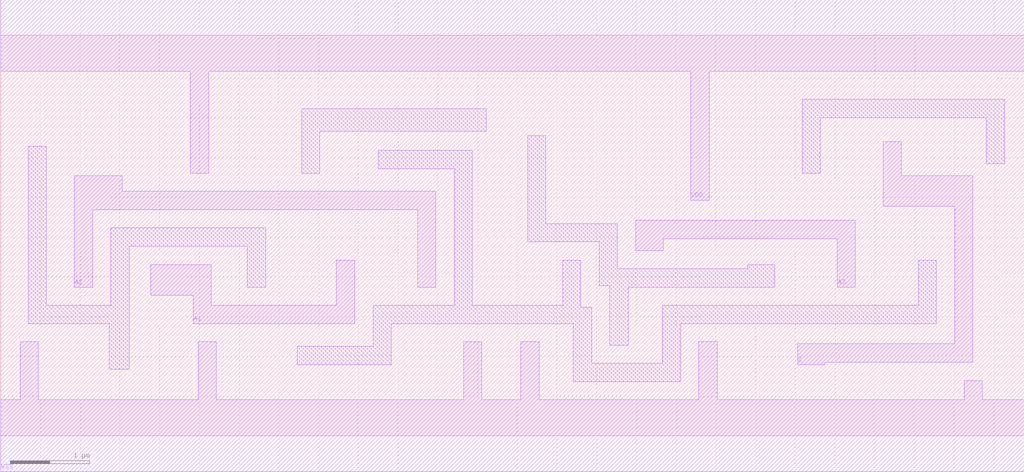
<source format=lef>
# Copyright 2022 GlobalFoundries PDK Authors
#
# Licensed under the Apache License, Version 2.0 (the "License");
# you may not use this file except in compliance with the License.
# You may obtain a copy of the License at
#
#      http://www.apache.org/licenses/LICENSE-2.0
#
# Unless required by applicable law or agreed to in writing, software
# distributed under the License is distributed on an "AS IS" BASIS,
# WITHOUT WARRANTIES OR CONDITIONS OF ANY KIND, either express or implied.
# See the License for the specific language governing permissions and
# limitations under the License.

MACRO gf180mcu_fd_sc_mcu9t5v0__xor3_1
  CLASS core ;
  FOREIGN gf180mcu_fd_sc_mcu9t5v0__xor3_1 0.0 0.0 ;
  ORIGIN 0 0 ;
  SYMMETRY X Y ;
  SITE GF018hv5v_green_sc9 ;
  SIZE 12.88 BY 5.04 ;
  PIN A1
    DIRECTION INPUT ;
    ANTENNAGATEAREA 1.317 ;
    PORT
      LAYER Metal1 ;
        POLYGON 1.89 1.77 2.42 1.77 2.42 1.41 4.455 1.41 4.455 2.21 4.225 2.21 4.225 1.64 2.65 1.64 2.65 2.155 1.89 2.155  ;
    END
  END A1
  PIN A2
    DIRECTION INPUT ;
    ANTENNAGATEAREA 1.317 ;
    PORT
      LAYER Metal1 ;
        POLYGON 0.925 1.87 1.155 1.87 1.155 2.845 3.335 2.845 5.245 2.845 5.245 1.87 5.475 1.87 5.475 3.075 3.335 3.075 1.53 3.075 1.53 3.27 0.925 3.27  ;
    END
  END A2
  PIN A3
    DIRECTION INPUT ;
    ANTENNAGATEAREA 2.5605 ;
    PORT
      LAYER Metal1 ;
        POLYGON 7.99 2.33 8.335 2.33 8.335 2.48 9.74 2.48 10.525 2.48 10.525 1.87 10.755 1.87 10.755 2.71 9.74 2.71 7.99 2.71  ;
    END
  END A3
  PIN Z
    DIRECTION OUTPUT ;
    ANTENNADIFFAREA 1.638 ;
    PORT
      LAYER Metal1 ;
        POLYGON 11.105 2.89 11.775 2.89 12.005 2.89 12.005 1.155 10.03 1.155 10.03 0.895 10.37 0.895 10.37 0.925 12.235 0.925 12.235 3.27 11.775 3.27 11.335 3.27 11.335 3.7 11.105 3.7  ;
    END
  END Z
  PIN VDD
    DIRECTION INOUT ;
    USE power ;
    SHAPE ABUTMENT ;
    PORT
      LAYER Metal1 ;
        POLYGON 0 4.59 2.385 4.59 2.385 3.305 2.615 3.305 2.615 4.59 3.335 4.59 6.11 4.59 8.685 4.59 8.685 2.965 8.915 2.965 8.915 4.59 9.74 4.59 12.635 4.59 12.88 4.59 12.88 5.49 12.635 5.49 9.74 5.49 6.11 5.49 3.335 5.49 0 5.49  ;
    END
  END VDD
  PIN VSS
    DIRECTION INOUT ;
    USE ground ;
    SHAPE ABUTMENT ;
    PORT
      LAYER Metal1 ;
        POLYGON 0 -0.45 12.88 -0.45 12.88 0.45 12.355 0.45 12.355 0.695 12.125 0.695 12.125 0.45 9.015 0.45 9.015 1.18 8.785 1.18 8.785 0.45 6.775 0.45 6.775 1.18 6.545 1.18 6.545 0.45 6.055 0.45 6.055 1.18 5.825 1.18 5.825 0.45 2.715 0.45 2.715 1.18 2.485 1.18 2.485 0.45 0.475 0.45 0.475 1.18 0.245 1.18 0.245 0.45 0 0.45  ;
    END
  END VSS
  OBS
      LAYER Metal1 ;
        POLYGON 0.345 1.41 1.365 1.41 1.365 0.84 1.615 0.84 1.615 2.385 3.105 2.385 3.105 1.87 3.335 1.87 3.335 2.615 1.385 2.615 1.385 1.64 0.575 1.64 0.575 3.645 0.345 3.645  ;
        POLYGON 3.785 3.305 4.015 3.305 4.015 3.83 6.11 3.83 6.11 4.115 3.785 4.115  ;
        POLYGON 6.63 2.44 7.53 2.44 7.53 1.89 7.665 1.89 7.665 1.14 7.895 1.14 7.895 1.87 9.74 1.87 9.74 2.155 9.4 2.155 9.4 2.1 7.76 2.1 7.76 2.67 6.86 2.67 6.86 3.775 6.63 3.775  ;
        POLYGON 4.75 3.36 5.705 3.36 5.705 1.64 4.685 1.64 4.685 1.125 3.73 1.125 3.73 0.895 4.915 0.895 4.915 1.41 7.205 1.41 7.205 0.68 8.555 0.68 8.555 1.41 11.775 1.41 11.775 2.21 11.545 2.21 11.545 1.64 8.325 1.64 8.325 0.91 7.435 0.91 7.435 1.62 7.3 1.62 7.3 2.21 7.07 2.21 7.07 1.64 5.935 1.64 5.935 3.59 4.75 3.59  ;
        POLYGON 10.085 3.305 10.315 3.305 10.315 4.005 12.405 4.005 12.405 3.425 12.635 3.425 12.635 4.235 10.085 4.235  ;
  END
END gf180mcu_fd_sc_mcu9t5v0__xor3_1

</source>
